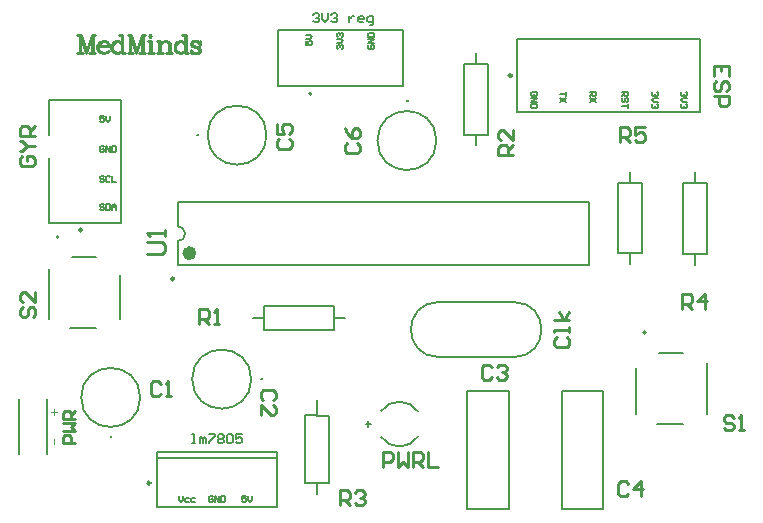
<source format=gto>
G04*
G04 #@! TF.GenerationSoftware,Altium Limited,Altium Designer,23.6.0 (18)*
G04*
G04 Layer_Color=65535*
%FSLAX25Y25*%
%MOIN*%
G70*
G04*
G04 #@! TF.SameCoordinates,B90E1885-5EE6-4A3D-B461-7850E0AA74F3*
G04*
G04*
G04 #@! TF.FilePolarity,Positive*
G04*
G01*
G75*
%ADD10C,0.00787*%
%ADD11C,0.00984*%
%ADD12C,0.02362*%
%ADD13C,0.01000*%
%ADD14C,0.00200*%
%ADD15C,0.00500*%
%ADD16C,0.00800*%
D10*
X102598Y147480D02*
G03*
X102598Y147480I-394J0D01*
G01*
X57913Y98327D02*
G03*
X57913Y103327I0J2500D01*
G01*
X87598Y133692D02*
G03*
X87598Y133692I-9843J0D01*
G01*
X213976Y67913D02*
G03*
X213976Y67913I-394J0D01*
G01*
X144882Y78051D02*
G03*
X144882Y59744I0J-9154D01*
G01*
X170079D02*
G03*
X170079Y78051I0J9154D01*
G01*
X144213Y131890D02*
G03*
X144213Y131890I-9843J0D01*
G01*
X125791Y33070D02*
G03*
X138109Y33246I6099J4331D01*
G01*
Y41557D02*
G03*
X125791Y41733I-6220J-4156D01*
G01*
X82480Y52362D02*
G03*
X82480Y52362I-9843J0D01*
G01*
X18307Y99814D02*
G03*
X18307Y99814I-394J0D01*
G01*
X45472Y46260D02*
G03*
X45472Y46260I-9843J0D01*
G01*
X5198Y27303D02*
Y45689D01*
X14410Y27303D02*
Y45689D01*
X232185Y141437D02*
Y165650D01*
X171201D02*
X232185D01*
X171201Y141437D02*
Y165650D01*
Y141437D02*
X232185D01*
X50945Y9685D02*
Y28189D01*
X91102Y9685D02*
Y28189D01*
X50945Y9685D02*
X91102D01*
X50945Y28189D02*
X91102D01*
X50945Y26221D02*
X91102D01*
X194921Y90394D02*
Y111260D01*
X57914Y103327D02*
Y111260D01*
Y90394D02*
Y98327D01*
Y111260D02*
X194921D01*
X57914Y90394D02*
X194921D01*
X204724Y117874D02*
X212598D01*
Y94252D02*
Y117874D01*
X204724Y94252D02*
Y117874D01*
Y94252D02*
X208661D01*
X212598D01*
X208661Y90709D02*
Y94252D01*
Y117874D02*
Y121417D01*
X15197Y145394D02*
X38976D01*
X15197Y104449D02*
Y125984D01*
Y133858D02*
Y145394D01*
Y104449D02*
X38976D01*
Y145394D01*
X110236Y72835D02*
X113779D01*
X83071D02*
X86614D01*
Y68898D02*
Y72835D01*
Y76772D01*
X110236D01*
X86614Y68898D02*
X110236D01*
Y76772D01*
X144882Y78051D02*
X170079D01*
X144882Y59744D02*
X170079D01*
X168307Y44291D02*
Y48327D01*
X154528D02*
X168307D01*
X154528Y44291D02*
Y48327D01*
X168307Y8957D02*
Y14764D01*
X154528Y8957D02*
X168307D01*
X154528D02*
Y14764D01*
X168307Y14764D02*
Y44291D01*
X154528Y14764D02*
Y44291D01*
X121575Y36417D02*
Y38386D01*
X120590Y37401D02*
X122559D01*
X104331Y14173D02*
Y17717D01*
X100394D02*
X108268D01*
X100394D02*
Y40248D01*
X108268Y17717D02*
Y40219D01*
X104331D02*
X108268D01*
X100394Y40248D02*
X104331D01*
Y40642D02*
Y45276D01*
X157480Y157480D02*
Y161024D01*
Y130315D02*
Y133858D01*
X161417D01*
X153543D02*
X157480D01*
X153543D02*
Y157480D01*
X161417Y133858D02*
Y157480D01*
X153543D02*
X161417D01*
X199803Y42323D02*
Y48327D01*
X186024D02*
X199803D01*
X186024Y42323D02*
Y48327D01*
X199803Y8957D02*
Y12795D01*
X186024Y8957D02*
X199803D01*
X186024D02*
Y12795D01*
X199803Y12795D02*
Y42323D01*
X186024Y12795D02*
Y42323D01*
X230315Y90551D02*
Y94094D01*
Y117716D02*
Y121260D01*
X226378Y117716D02*
X230315D01*
X234252D01*
Y94094D02*
Y117716D01*
X226378Y94094D02*
Y117716D01*
Y94094D02*
X234252D01*
D11*
X169331Y153543D02*
G03*
X169331Y153543I-492J0D01*
G01*
X48878Y17717D02*
G03*
X48878Y17717I-492J0D01*
G01*
X56791Y85827D02*
G03*
X56791Y85827I-492J0D01*
G01*
X26083Y102086D02*
G03*
X26083Y102086I-492J0D01*
G01*
D12*
X63031Y94331D02*
G03*
X63031Y94331I-1181J0D01*
G01*
D13*
X64764Y133692D02*
G03*
X64764Y133692I-197J0D01*
G01*
X134567Y145079D02*
G03*
X134567Y145079I-197J0D01*
G01*
X86023Y52362D02*
G03*
X86023Y52362I-197J0D01*
G01*
X35827Y33071D02*
G03*
X35827Y33071I-197J0D01*
G01*
X25390Y166999D02*
Y161000D01*
X25676Y166999D02*
X27389Y161857D01*
X25390Y166999D02*
X27389Y161000D01*
X29389Y166999D02*
X27389Y161000D01*
X29389Y166999D02*
Y161000D01*
X29675Y166999D02*
Y161000D01*
X24533Y166999D02*
X25676D01*
X29389D02*
X30532D01*
X24533Y161000D02*
X26247D01*
X28532D02*
X30532D01*
X31503Y163285D02*
X34931D01*
Y163856D01*
X34645Y164428D01*
X34359Y164714D01*
X33788Y164999D01*
X32931D01*
X32074Y164714D01*
X31503Y164142D01*
X31217Y163285D01*
Y162714D01*
X31503Y161857D01*
X32074Y161286D01*
X32931Y161000D01*
X33503D01*
X34359Y161286D01*
X34931Y161857D01*
X34645Y163285D02*
Y164142D01*
X34359Y164714D01*
X32931Y164999D02*
X32360Y164714D01*
X31789Y164142D01*
X31503Y163285D01*
Y162714D01*
X31789Y161857D01*
X32360Y161286D01*
X32931Y161000D01*
X39273Y166999D02*
Y161000D01*
X39558Y166999D02*
Y161000D01*
X39273Y164142D02*
X38701Y164714D01*
X38130Y164999D01*
X37559D01*
X36702Y164714D01*
X36130Y164142D01*
X35845Y163285D01*
Y162714D01*
X36130Y161857D01*
X36702Y161286D01*
X37559Y161000D01*
X38130D01*
X38701Y161286D01*
X39273Y161857D01*
X37559Y164999D02*
X36987Y164714D01*
X36416Y164142D01*
X36130Y163285D01*
Y162714D01*
X36416Y161857D01*
X36987Y161286D01*
X37559Y161000D01*
X38416Y166999D02*
X39558D01*
X39273Y161000D02*
X40415D01*
X42101Y166999D02*
Y161000D01*
X42386Y166999D02*
X44100Y161857D01*
X42101Y166999D02*
X44100Y161000D01*
X46100Y166999D02*
X44100Y161000D01*
X46100Y166999D02*
Y161000D01*
X46385Y166999D02*
Y161000D01*
X41244Y166999D02*
X42386D01*
X46100D02*
X47242D01*
X41244Y161000D02*
X42958D01*
X45243D02*
X47242D01*
X48785Y166999D02*
X48499Y166713D01*
X48785Y166427D01*
X49071Y166713D01*
X48785Y166999D01*
Y164999D02*
Y161000D01*
X49071Y164999D02*
Y161000D01*
X47928Y164999D02*
X49071D01*
X47928Y161000D02*
X49927D01*
X51870Y164999D02*
Y161000D01*
X52156Y164999D02*
Y161000D01*
Y164142D02*
X52727Y164714D01*
X53584Y164999D01*
X54155D01*
X55012Y164714D01*
X55298Y164142D01*
Y161000D01*
X54155Y164999D02*
X54726Y164714D01*
X55012Y164142D01*
Y161000D01*
X51013Y164999D02*
X52156D01*
X51013Y161000D02*
X53013D01*
X54155D02*
X56155D01*
X60354Y166999D02*
Y161000D01*
X60640Y166999D02*
Y161000D01*
X60354Y164142D02*
X59783Y164714D01*
X59211Y164999D01*
X58640D01*
X57783Y164714D01*
X57212Y164142D01*
X56926Y163285D01*
Y162714D01*
X57212Y161857D01*
X57783Y161286D01*
X58640Y161000D01*
X59211D01*
X59783Y161286D01*
X60354Y161857D01*
X58640Y164999D02*
X58069Y164714D01*
X57497Y164142D01*
X57212Y163285D01*
Y162714D01*
X57497Y161857D01*
X58069Y161286D01*
X58640Y161000D01*
X59497Y166999D02*
X60640D01*
X60354Y161000D02*
X61497D01*
X65181Y164428D02*
X65467Y164999D01*
Y163856D01*
X65181Y164428D01*
X64896Y164714D01*
X64324Y164999D01*
X63182D01*
X62611Y164714D01*
X62325Y164428D01*
Y163856D01*
X62611Y163571D01*
X63182Y163285D01*
X64610Y162714D01*
X65181Y162428D01*
X65467Y162143D01*
X62325Y164142D02*
X62611Y163856D01*
X63182Y163571D01*
X64610Y163000D01*
X65181Y162714D01*
X65467Y162428D01*
Y161571D01*
X65181Y161286D01*
X64610Y161000D01*
X63468D01*
X62896Y161286D01*
X62611Y161571D01*
X62325Y162143D01*
Y161000D01*
X62611Y161571D01*
X23653Y31086D02*
X19654D01*
Y33085D01*
X20321Y33751D01*
X21654D01*
X22320Y33085D01*
Y31086D01*
X19654Y35084D02*
X23653D01*
X22320Y36417D01*
X23653Y37750D01*
X19654D01*
X23653Y39083D02*
X19654D01*
Y41083D01*
X20321Y41749D01*
X21654D01*
X22320Y41083D01*
Y39083D01*
Y40416D02*
X23653Y41749D01*
X114476Y131057D02*
X113643Y130224D01*
Y128558D01*
X114476Y127724D01*
X117808D01*
X118641Y128558D01*
Y130224D01*
X117808Y131057D01*
X113643Y136055D02*
X114476Y134389D01*
X116142Y132723D01*
X117808D01*
X118641Y133556D01*
Y135222D01*
X117808Y136055D01*
X116975D01*
X116142Y135222D01*
Y132723D01*
X6208Y126589D02*
X5375Y125756D01*
Y124090D01*
X6208Y123257D01*
X9540D01*
X10373Y124090D01*
Y125756D01*
X9540Y126589D01*
X7874D01*
Y124923D01*
X5375Y128255D02*
X6208D01*
X7874Y129921D01*
X6208Y131587D01*
X5375D01*
X7874Y129921D02*
X10373D01*
Y133254D02*
X5375D01*
Y135753D01*
X6208Y136586D01*
X7874D01*
X8707Y135753D01*
Y133254D01*
Y134920D02*
X10373Y136586D01*
X241672Y153253D02*
Y156586D01*
X236674D01*
Y153253D01*
X239173Y156586D02*
Y154920D01*
X240839Y148255D02*
X241672Y149088D01*
Y150754D01*
X240839Y151587D01*
X240006D01*
X239173Y150754D01*
Y149088D01*
X238340Y148255D01*
X237507D01*
X236674Y149088D01*
Y150754D01*
X237507Y151587D01*
X236674Y146589D02*
X241672D01*
Y144090D01*
X240839Y143257D01*
X239173D01*
X238340Y144090D01*
Y146589D01*
X91839Y132459D02*
X91006Y131626D01*
Y129959D01*
X91839Y129127D01*
X95171D01*
X96004Y129959D01*
Y131626D01*
X95171Y132459D01*
X91006Y137457D02*
Y134125D01*
X93505D01*
X92672Y135791D01*
Y136624D01*
X93505Y137457D01*
X95171D01*
X96004Y136624D01*
Y134958D01*
X95171Y134125D01*
X208222Y17534D02*
X207389Y18367D01*
X205723D01*
X204890Y17534D01*
Y14201D01*
X205723Y13368D01*
X207389D01*
X208222Y14201D01*
X212388Y13368D02*
Y18367D01*
X209888Y15867D01*
X213221D01*
X205283Y131359D02*
Y136357D01*
X207783D01*
X208616Y135524D01*
Y133858D01*
X207783Y133025D01*
X205283D01*
X206950D02*
X208616Y131359D01*
X213614Y136357D02*
X210282D01*
Y133858D01*
X211948Y134691D01*
X212781D01*
X213614Y133858D01*
Y132192D01*
X212781Y131359D01*
X211115D01*
X210282Y132192D01*
X226150Y75847D02*
Y80845D01*
X228649D01*
X229482Y80012D01*
Y78346D01*
X228649Y77513D01*
X226150D01*
X227816D02*
X229482Y75847D01*
X233647D02*
Y80845D01*
X231148Y78346D01*
X234480D01*
X169822Y127003D02*
X164824D01*
Y129502D01*
X165657Y130335D01*
X167323D01*
X168156Y129502D01*
Y127003D01*
Y128669D02*
X169822Y130335D01*
Y135333D02*
Y132001D01*
X166490Y135333D01*
X165657D01*
X164824Y134500D01*
Y132834D01*
X165657Y132001D01*
X65132Y70736D02*
Y75734D01*
X67632D01*
X68465Y74901D01*
Y73235D01*
X67632Y72402D01*
X65132D01*
X66799D02*
X68465Y70736D01*
X70131D02*
X71797D01*
X70964D01*
Y75734D01*
X70131Y74901D01*
X162672Y56374D02*
X161839Y57207D01*
X160173D01*
X159340Y56374D01*
Y53041D01*
X160173Y52208D01*
X161839D01*
X162672Y53041D01*
X164338Y56374D02*
X165171Y57207D01*
X166838D01*
X167671Y56374D01*
Y55541D01*
X166838Y54707D01*
X166005D01*
X166838D01*
X167671Y53874D01*
Y53041D01*
X166838Y52208D01*
X165171D01*
X164338Y53041D01*
X126253Y23091D02*
Y28090D01*
X128752D01*
X129585Y27257D01*
Y25591D01*
X128752Y24757D01*
X126253D01*
X131251Y28090D02*
Y23091D01*
X132917Y24757D01*
X134584Y23091D01*
Y28090D01*
X136250Y23091D02*
Y28090D01*
X138749D01*
X139582Y27257D01*
Y25591D01*
X138749Y24757D01*
X136250D01*
X137916D02*
X139582Y23091D01*
X141248Y28090D02*
Y23091D01*
X144580D01*
X184318Y66399D02*
X183485Y65565D01*
Y63899D01*
X184318Y63066D01*
X187650D01*
X188484Y63899D01*
Y65565D01*
X187650Y66399D01*
X188484Y68065D02*
Y69731D01*
Y68898D01*
X183485D01*
Y68065D01*
X188484Y72230D02*
X183485D01*
X186817D02*
X185151Y74729D01*
X186817Y72230D02*
X188484Y74729D01*
X243307Y39461D02*
X242474Y40295D01*
X240808D01*
X239975Y39461D01*
Y38628D01*
X240808Y37795D01*
X242474D01*
X243307Y36962D01*
Y36129D01*
X242474Y35296D01*
X240808D01*
X239975Y36129D01*
X244973Y35296D02*
X246639D01*
X245806D01*
Y40295D01*
X244973Y39461D01*
X6405Y76343D02*
X5572Y75510D01*
Y73844D01*
X6405Y73011D01*
X7238D01*
X8071Y73844D01*
Y75510D01*
X8904Y76343D01*
X9737D01*
X10570Y75510D01*
Y73844D01*
X9737Y73011D01*
X10570Y81341D02*
Y78009D01*
X7238Y81341D01*
X6405D01*
X5572Y80508D01*
Y78842D01*
X6405Y78009D01*
X89855Y45321D02*
X90688Y46154D01*
Y47820D01*
X89855Y48654D01*
X86523D01*
X85690Y47820D01*
Y46154D01*
X86523Y45321D01*
X85690Y40323D02*
Y43655D01*
X89022Y40323D01*
X89855D01*
X90688Y41156D01*
Y42822D01*
X89855Y43655D01*
X52362Y50879D02*
X51529Y51712D01*
X49863D01*
X49030Y50879D01*
Y47546D01*
X49863Y46714D01*
X51529D01*
X52362Y47546D01*
X54028Y46714D02*
X55694D01*
X54861D01*
Y51712D01*
X54028Y50879D01*
X111976Y10269D02*
Y15268D01*
X114476D01*
X115309Y14435D01*
Y12768D01*
X114476Y11935D01*
X111976D01*
X113643D02*
X115309Y10269D01*
X116975Y14435D02*
X117808Y15268D01*
X119474D01*
X120307Y14435D01*
Y13601D01*
X119474Y12768D01*
X118641D01*
X119474D01*
X120307Y11935D01*
Y11102D01*
X119474Y10269D01*
X117808D01*
X116975Y11102D01*
X47828Y94072D02*
X52826D01*
X53826Y95072D01*
Y97071D01*
X52826Y98071D01*
X47828D01*
X53826Y100070D02*
Y102069D01*
Y101070D01*
X47828D01*
X48827Y100070D01*
D14*
X16694Y30591D02*
Y32559D01*
Y40433D02*
Y42402D01*
Y41417D02*
Y42402D01*
Y41417D02*
X16694Y41417D01*
X15709D02*
X17678D01*
D15*
X91457Y150236D02*
Y168740D01*
Y150236D02*
X132953D01*
Y168740D01*
X91457D02*
X132953D01*
X210630Y40620D02*
Y56103D01*
X234252Y40620D02*
Y57805D01*
X218504Y61024D02*
X226378D01*
X217786Y37402D02*
X226378D01*
X22116Y69302D02*
X30709D01*
X22835Y92924D02*
X30709D01*
X38583Y72255D02*
Y87019D01*
X14960Y88987D02*
X14961Y72521D01*
X58571Y13326D02*
Y11993D01*
X59237Y11327D01*
X59904Y11993D01*
Y13326D01*
X61903Y12660D02*
X60903D01*
X60570Y12326D01*
Y11660D01*
X60903Y11327D01*
X61903D01*
X63902Y12660D02*
X62903D01*
X62570Y12326D01*
Y11660D01*
X62903Y11327D01*
X63902D01*
X69707Y12993D02*
X69374Y13326D01*
X68707D01*
X68374Y12993D01*
Y11660D01*
X68707Y11327D01*
X69374D01*
X69707Y11660D01*
Y12326D01*
X69040D01*
X70373Y11327D02*
Y13326D01*
X71706Y11327D01*
Y13326D01*
X72373D02*
Y11327D01*
X73372D01*
X73706Y11660D01*
Y12993D01*
X73372Y13326D01*
X72373D01*
X80629D02*
X79296D01*
Y12326D01*
X79963Y12660D01*
X80296D01*
X80629Y12326D01*
Y11660D01*
X80296Y11327D01*
X79630D01*
X79296Y11660D01*
X81296Y13326D02*
Y11993D01*
X81962Y11327D01*
X82629Y11993D01*
Y13326D01*
X33329Y110434D02*
X32996Y110767D01*
X32329D01*
X31996Y110434D01*
Y110101D01*
X32329Y109767D01*
X32996D01*
X33329Y109434D01*
Y109101D01*
X32996Y108768D01*
X32329D01*
X31996Y109101D01*
X33995Y110767D02*
Y108768D01*
X34995D01*
X35328Y109101D01*
Y110434D01*
X34995Y110767D01*
X33995D01*
X35995Y108768D02*
Y110101D01*
X36661Y110767D01*
X37328Y110101D01*
Y108768D01*
Y109767D01*
X35995D01*
X33329Y119902D02*
X32996Y120235D01*
X32329D01*
X31996Y119902D01*
Y119569D01*
X32329Y119236D01*
X32996D01*
X33329Y118902D01*
Y118569D01*
X32996Y118236D01*
X32329D01*
X31996Y118569D01*
X35328Y119902D02*
X34995Y120235D01*
X34329D01*
X33995Y119902D01*
Y118569D01*
X34329Y118236D01*
X34995D01*
X35328Y118569D01*
X35995Y120235D02*
Y118236D01*
X37328D01*
X33329Y129902D02*
X32996Y130235D01*
X32329D01*
X31996Y129902D01*
Y128569D01*
X32329Y128236D01*
X32996D01*
X33329Y128569D01*
Y129235D01*
X32662D01*
X33995Y128236D02*
Y130235D01*
X35328Y128236D01*
Y130235D01*
X35995D02*
Y128236D01*
X36994D01*
X37328Y128569D01*
Y129902D01*
X36994Y130235D01*
X35995D01*
X33329Y140235D02*
X31996D01*
Y139235D01*
X32662Y139569D01*
X32996D01*
X33329Y139235D01*
Y138569D01*
X32996Y138236D01*
X32329D01*
X31996Y138569D01*
X33995Y140235D02*
Y138902D01*
X34662Y138236D01*
X35328Y138902D01*
Y140235D01*
X111515Y162508D02*
X111182Y162841D01*
Y163508D01*
X111515Y163841D01*
X111848D01*
X112181Y163508D01*
Y163174D01*
Y163508D01*
X112515Y163841D01*
X112848D01*
X113181Y163508D01*
Y162841D01*
X112848Y162508D01*
X111182Y164507D02*
X112515D01*
X113181Y165174D01*
X112515Y165840D01*
X111182D01*
X111515Y166507D02*
X111182Y166840D01*
Y167506D01*
X111515Y167840D01*
X111848D01*
X112181Y167506D01*
Y167173D01*
Y167506D01*
X112515Y167840D01*
X112848D01*
X113181Y167506D01*
Y166840D01*
X112848Y166507D01*
X100847Y165219D02*
Y163886D01*
X101847D01*
X101514Y164552D01*
Y164885D01*
X101847Y165219D01*
X102513D01*
X102847Y164885D01*
Y164219D01*
X102513Y163886D01*
X100847Y165885D02*
X102180D01*
X102847Y166552D01*
X102180Y167218D01*
X100847D01*
X121653Y163841D02*
X121319Y163507D01*
Y162841D01*
X121653Y162508D01*
X122986D01*
X123319Y162841D01*
Y163507D01*
X122986Y163841D01*
X122319D01*
Y163174D01*
X123319Y164507D02*
X121319D01*
X123319Y165840D01*
X121319D01*
Y166507D02*
X123319D01*
Y167506D01*
X122986Y167840D01*
X121653D01*
X121319Y167506D01*
Y166507D01*
X177284Y146789D02*
X177618Y147122D01*
Y147789D01*
X177284Y148122D01*
X175951D01*
X175618Y147789D01*
Y147122D01*
X175951Y146789D01*
X176618D01*
Y147456D01*
X175618Y146123D02*
X177618D01*
X175618Y144790D01*
X177618D01*
Y144123D02*
X175618D01*
Y143124D01*
X175951Y142790D01*
X177284D01*
X177618Y143124D01*
Y144123D01*
X187460Y148122D02*
Y146789D01*
Y147456D01*
X185461D01*
X187460Y146123D02*
X185461Y144790D01*
X187460D02*
X185461Y146123D01*
X195303Y148122D02*
X197302D01*
Y147122D01*
X196969Y146789D01*
X196303D01*
X195970Y147122D01*
Y148122D01*
Y147456D02*
X195303Y146789D01*
X197302Y146123D02*
X195303Y144790D01*
X197302D02*
X195303Y146123D01*
X206130Y148122D02*
X208129D01*
Y147122D01*
X207796Y146789D01*
X207130D01*
X206796Y147122D01*
Y148122D01*
Y147456D02*
X206130Y146789D01*
X207796Y144790D02*
X208129Y145123D01*
Y145790D01*
X207796Y146123D01*
X207463D01*
X207130Y145790D01*
Y145123D01*
X206796Y144790D01*
X206463D01*
X206130Y145123D01*
Y145790D01*
X206463Y146123D01*
X208129Y144123D02*
Y142790D01*
Y143457D01*
X206130D01*
X217638Y148122D02*
X217972Y147789D01*
Y147122D01*
X217638Y146789D01*
X217305D01*
X216972Y147122D01*
Y147456D01*
Y147122D01*
X216639Y146789D01*
X216306D01*
X215972Y147122D01*
Y147789D01*
X216306Y148122D01*
X217972Y146123D02*
X216639D01*
X215972Y145456D01*
X216639Y144790D01*
X217972D01*
X217638Y144123D02*
X217972Y143790D01*
Y143124D01*
X217638Y142790D01*
X217305D01*
X216972Y143124D01*
Y143457D01*
Y143124D01*
X216639Y142790D01*
X216306D01*
X215972Y143124D01*
Y143790D01*
X216306Y144123D01*
X227481Y148122D02*
X227814Y147789D01*
Y147122D01*
X227481Y146789D01*
X227148D01*
X226815Y147122D01*
Y147456D01*
Y147122D01*
X226481Y146789D01*
X226148D01*
X225815Y147122D01*
Y147789D01*
X226148Y148122D01*
X227814Y146123D02*
X226481D01*
X225815Y145456D01*
X226481Y144790D01*
X227814D01*
X227481Y144123D02*
X227814Y143790D01*
Y143124D01*
X227481Y142790D01*
X227148D01*
X226815Y143124D01*
Y143457D01*
Y143124D01*
X226481Y142790D01*
X226148D01*
X225815Y143124D01*
Y143790D01*
X226148Y144123D01*
D16*
X103184Y173744D02*
X103684Y174243D01*
X104684D01*
X105184Y173744D01*
Y173244D01*
X104684Y172744D01*
X104184D01*
X104684D01*
X105184Y172244D01*
Y171744D01*
X104684Y171244D01*
X103684D01*
X103184Y171744D01*
X106183Y174243D02*
Y172244D01*
X107183Y171244D01*
X108183Y172244D01*
Y174243D01*
X109182Y173744D02*
X109682Y174243D01*
X110682D01*
X111182Y173744D01*
Y173244D01*
X110682Y172744D01*
X110182D01*
X110682D01*
X111182Y172244D01*
Y171744D01*
X110682Y171244D01*
X109682D01*
X109182Y171744D01*
X115180Y173244D02*
Y171244D01*
Y172244D01*
X115680Y172744D01*
X116180Y173244D01*
X116680D01*
X119679Y171244D02*
X118679D01*
X118180Y171744D01*
Y172744D01*
X118679Y173244D01*
X119679D01*
X120179Y172744D01*
Y172244D01*
X118180D01*
X122178Y170245D02*
X122678D01*
X123178Y170745D01*
Y173244D01*
X121678D01*
X121178Y172744D01*
Y171744D01*
X121678Y171244D01*
X123178D01*
X62776Y30981D02*
X63776D01*
X63276D01*
Y33980D01*
X62776D01*
X65275Y30981D02*
Y32980D01*
X65775D01*
X66275Y32480D01*
Y30981D01*
Y32480D01*
X66775Y32980D01*
X67275Y32480D01*
Y30981D01*
X68274Y33980D02*
X70274D01*
Y33480D01*
X68274Y31481D01*
Y30981D01*
X71273Y33480D02*
X71773Y33980D01*
X72773D01*
X73273Y33480D01*
Y32980D01*
X72773Y32480D01*
X73273Y31980D01*
Y31481D01*
X72773Y30981D01*
X71773D01*
X71273Y31481D01*
Y31980D01*
X71773Y32480D01*
X71273Y32980D01*
Y33480D01*
X71773Y32480D02*
X72773D01*
X74273Y33480D02*
X74772Y33980D01*
X75772D01*
X76272Y33480D01*
Y31481D01*
X75772Y30981D01*
X74772D01*
X74273Y31481D01*
Y33480D01*
X79271Y33980D02*
X77272D01*
Y32480D01*
X78271Y32980D01*
X78771D01*
X79271Y32480D01*
Y31481D01*
X78771Y30981D01*
X77771D01*
X77272Y31481D01*
M02*

</source>
